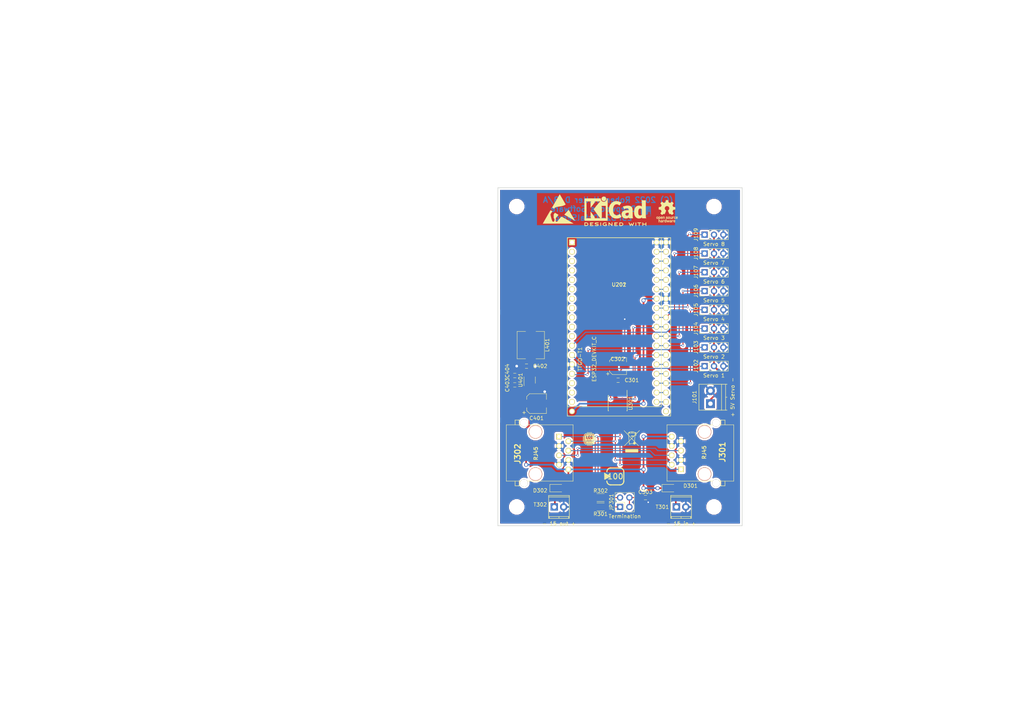
<source format=kicad_pcb>
(kicad_pcb (version 4) (host pcbnew 4.0.7+dfsg1-1ubuntu2)
  (layers (0 F.Cu signal) (31 B.Cu signal) (34 B.Paste user) (35 F.Paste user) (36 B.SilkS user) (37 F.SilkS user) (38 B.Mask user) (39 F.Mask user) (44 Edge.Cuts user))
  (net 0 "")
  (net 1 GND)
  (net 2 +3V3)
  (net 3 "Net-(C303-Pad1)")
  (net 4 "CAN +12V")
  (net 5 "Net-(D301-Pad2)")
  (net 6 "Net-(D302-Pad1)")
  (net 7 "/CAN Transciver/CANH")
  (net 8 "/CAN Transciver/CANL")
  (net 9 "Net-(J301-Pad4)")
  (net 10 "Net-(J301-Pad5)")
  (net 11 "Net-(JP301-Pad1)")
  (net 12 "Net-(JP301-Pad2)")
  (net 13 /MCU/EN)
  (net 14 /MCU/VP)
  (net 15 /MCU/VN)
  (net 16 /MCU/34)
  (net 17 /MCU/35)
  (net 18 /MCU/32)
  (net 19 /MCU/33)
  (net 20 /MCU/25)
  (net 21 /MCU/26)
  (net 22 /MCU/27)
  (net 23 /MCU/D2)
  (net 24 /MCU/D3)
  (net 25 /MCU/CMD)
  (net 26 +5V)
  (net 27 /MCU/CLK)
  (net 28 /MCU/D0)
  (net 29 /MCU/D1)
  (net 30 /MCU/2)
  (net 31 /MCU/0)
  (net 32 /MCU/21)
  (net 33 /MCU/RX)
  (net 34 /MCU/TX)
  (net 35 /MCU/22)
  (net 36 /MCU/23)
  (net 37 "/CAN Transciver/CAN_TX")
  (net 38 "/CAN Transciver/CAN_RX")
  (net 39 "Net-(U301-Pad5)")
  (net 40 "Net-(U301-Pad8)")
  (net 41 "Net-(J101-Pad1)")
  (net 42 /MCU/Servo0)
  (net 43 /MCU/Servo1)
  (net 44 /MCU/Servo2)
  (net 45 /MCU/Servo3)
  (net 46 /MCU/Servo4)
  (net 47 /MCU/Servo5)
  (net 48 /MCU/Servo6)
  (net 49 /MCU/Servo7)
  (net 50 "Net-(C402-Pad2)")
  (net 51 "Net-(C402-Pad1)")
  (module Inductors_SMD:L_7.3x7.3_H4.5 (layer F.Cu) (at 153.67 103.53 270)
    (fp_text reference L401 (at 0 -4.45 270) (layer F.SilkS))
    (fp_text value 4.7uH)
    (pad 1 smd rect (at -3.2 0 270) (size 1.5 2.2) (layers F.Cu F.Paste F.Mask) (net 26 +5V))
    (pad 2 smd rect (at 3.2 0 270) (size 1.5 2.2) (layers F.Cu F.Paste F.Mask) (net 50 "Net-(C402-Pad2)"))
  )
  (module Capacitors_SMD:C_0603 (layer F.Cu) (at 177.28 113.03)
    (fp_text reference C301 (at 3.695 0) (layer F.SilkS))
    (fp_text value ".1 uf")
    (pad 2 smd rect (at 0.75 0) (size 0.8 0.75) (layers F.Cu F.Paste F.Mask) (net 1 GND))
    (pad 1 smd rect (at -0.75 0) (size 0.8 0.75) (layers F.Cu F.Paste F.Mask) (net 2 +3V3))
  )
  (module Capacitors_SMD:CP_Elec_4x5.7 (layer F.Cu) (at 177.27 109.22)
    (fp_text reference C302 (at -0.105 -1.905) (layer F.SilkS))
    (fp_text value "15 uf 15V")
    (fp_text user + (at -2.77 2.01) (layer F.SilkS))
    (pad 1 smd rect (at -1.8 0 180) (size 2.6 1.6) (layers F.Cu F.Paste F.Mask) (net 2 +3V3))
    (pad 2 smd rect (at 1.8 0 180) (size 2.6 1.6) (layers F.Cu F.Paste F.Mask) (net 1 GND))
  )
  (module Capacitors_SMD:C_0603 (layer F.Cu) (at 184.67 144.78)
    (fp_text reference C303 (at 0 -1.5) (layer F.SilkS))
    (fp_text value "47 nf")
    (pad 2 smd rect (at 0.75 0) (size 0.8 0.75) (layers F.Cu F.Paste F.Mask) (net 1 GND))
    (pad 1 smd rect (at -0.75 0) (size 0.8 0.75) (layers F.Cu F.Paste F.Mask) (net 3 "Net-(C303-Pad1)"))
  )
  (module Diodes_SMD:D_PowerDI-123 (layer F.Cu) (at 191.35 142.24)
    (fp_text reference D301 (at 5.5 -0.635) (layer F.SilkS))
    (fp_text value DFLS240-7)
    (pad 1 smd rect (at -0.85 0 180) (size 2.4 1.5) (layers F.Cu F.Paste F.Mask) (net 4 "CAN +12V"))
    (pad 2 smd rect (at 1.525 0 180) (size 1.05 1.5) (layers F.Cu F.Paste F.Mask) (net 5 "Net-(D301-Pad2)"))
  )
  (module Diodes_SMD:D_PowerDI-123 (layer F.Cu) (at 161.035 142.24)
    (fp_text reference D302 (at -4.825 0.635) (layer F.SilkS))
    (fp_text value DFLS240-7)
    (pad 1 smd rect (at -0.85 0 180) (size 2.4 1.5) (layers F.Cu F.Paste F.Mask) (net 6 "Net-(D302-Pad1)"))
    (pad 2 smd rect (at 1.525 0 180) (size 1.05 1.5) (layers F.Cu F.Paste F.Mask) (net 4 "CAN +12V"))
  )
  (module RJ45-8N-S:RJ45_8N-S (layer F.Cu) (at 200.66 132.715 90)
    (fp_text reference J301 (at 0.254 4.826 90) (layer F.SilkS) (effects (font (thickness 0.3048))))
    (fp_text value RJ45 (at 0.14224 -0.1016 90) (layer F.SilkS) (effects (font (size 1.00076 1.00076) (thickness 0.2032))))
    (pad "" np_thru_hole circle (at 5.715 0 90) (size 3.64998 3.64998) (drill 3.2512) (layers *.Cu *.SilkS *.Mask))
    (pad "" np_thru_hole circle (at -5.715 0 90) (size 3.64998 3.64998) (drill 3.2512) (layers *.Cu *.SilkS *.Mask))
    (pad 1 thru_hole rect (at -4.445 -6.35 90) (size 1.50114 1.50114) (drill 0.89916) (layers *.Cu *.Mask F.SilkS) (net 7 "/CAN Transciver/CANH"))
    (pad 2 thru_hole circle (at -3.175 -8.89 90) (size 1.50114 1.50114) (drill 0.89916) (layers *.Cu *.Mask F.SilkS) (net 8 "/CAN Transciver/CANL"))
    (pad 3 thru_hole circle (at -1.905 -6.35 90) (size 1.50114 1.50114) (drill 0.89916) (layers *.Cu *.Mask F.SilkS) (net 1 GND))
    (pad 4 thru_hole circle (at -0.635 -8.89 90) (size 1.50114 1.50114) (drill 0.89916) (layers *.Cu *.Mask F.SilkS) (net 9 "Net-(J301-Pad4)"))
    (pad 5 thru_hole circle (at 0.635 -6.35 90) (size 1.50114 1.50114) (drill 0.89916) (layers *.Cu *.Mask F.SilkS) (net 10 "Net-(J301-Pad5)"))
    (pad 6 thru_hole circle (at 1.905 -8.89 90) (size 1.50114 1.50114) (drill 0.89916) (layers *.Cu *.Mask F.SilkS) (net 1 GND))
    (pad 7 thru_hole circle (at 3.175 -6.35 90) (size 1.50114 1.50114) (drill 0.89916) (layers *.Cu *.Mask F.SilkS) (net 1 GND))
    (pad 8 thru_hole circle (at 4.445 -8.89 90) (size 1.50114 1.50114) (drill 0.89916) (layers *.Cu *.Mask F.SilkS) (net 4 "CAN +12V"))
    (pad "" thru_hole circle (at -8.128 3.048 90) (size 1.9304 1.9304) (drill 1.9304) (layers *.Cu *.Mask F.SilkS))
    (pad "" thru_hole circle (at 8.128 3.048 90) (size 1.9304 1.9304) (drill 1.9304) (layers *.Cu *.Mask F.SilkS))
  )
  (module RJ45-8N-S:RJ45_8N-S (layer F.Cu) (at 154.94 132.715 270)
    (fp_text reference J302 (at 0.254 4.826 270) (layer F.SilkS) (effects (font (thickness 0.3048))))
    (fp_text value RJ45 (at 0.14224 -0.1016 270) (layer F.SilkS) (effects (font (size 1.00076 1.00076) (thickness 0.2032))))
    (pad "" np_thru_hole circle (at 5.715 0 270) (size 3.64998 3.64998) (drill 3.2512) (layers *.Cu *.SilkS *.Mask))
    (pad "" np_thru_hole circle (at -5.715 0 270) (size 3.64998 3.64998) (drill 3.2512) (layers *.Cu *.SilkS *.Mask))
    (pad 1 thru_hole rect (at -4.445 -6.35 270) (size 1.50114 1.50114) (drill 0.89916) (layers *.Cu *.Mask F.SilkS) (net 7 "/CAN Transciver/CANH"))
    (pad 2 thru_hole circle (at -3.175 -8.89 270) (size 1.50114 1.50114) (drill 0.89916) (layers *.Cu *.Mask F.SilkS) (net 8 "/CAN Transciver/CANL"))
    (pad 3 thru_hole circle (at -1.905 -6.35 270) (size 1.50114 1.50114) (drill 0.89916) (layers *.Cu *.Mask F.SilkS) (net 1 GND))
    (pad 4 thru_hole circle (at -0.635 -8.89 270) (size 1.50114 1.50114) (drill 0.89916) (layers *.Cu *.Mask F.SilkS) (net 9 "Net-(J301-Pad4)"))
    (pad 5 thru_hole circle (at 0.635 -6.35 270) (size 1.50114 1.50114) (drill 0.89916) (layers *.Cu *.Mask F.SilkS) (net 10 "Net-(J301-Pad5)"))
    (pad 6 thru_hole circle (at 1.905 -8.89 270) (size 1.50114 1.50114) (drill 0.89916) (layers *.Cu *.Mask F.SilkS) (net 1 GND))
    (pad 7 thru_hole circle (at 3.175 -6.35 270) (size 1.50114 1.50114) (drill 0.89916) (layers *.Cu *.Mask F.SilkS) (net 1 GND))
    (pad 8 thru_hole circle (at 4.445 -8.89 270) (size 1.50114 1.50114) (drill 0.89916) (layers *.Cu *.Mask F.SilkS) (net 4 "CAN +12V"))
    (pad "" thru_hole circle (at -8.128 3.048 270) (size 1.9304 1.9304) (drill 1.9304) (layers *.Cu *.Mask F.SilkS))
    (pad "" thru_hole circle (at 8.128 3.048 270) (size 1.9304 1.9304) (drill 1.9304) (layers *.Cu *.Mask F.SilkS))
  )
  (module Pin_Headers:Pin_Header_Straight_2x02_Pitch2.54mm (layer F.Cu) (at 177.8 147.32 90)
    (fp_text reference JP301 (at 1.27 -2.33 90) (layer F.SilkS))
    (fp_text value Termination (at -2.54 1.27 180) (layer F.SilkS))
    (pad 1 thru_hole rect (at 0 0 90) (size 1.7 1.7) (drill 1) (layers *.Cu *.Mask) (net 11 "Net-(JP301-Pad1)"))
    (pad 2 thru_hole oval (at 2.54 0 90) (size 1.7 1.7) (drill 1) (layers *.Cu *.Mask) (net 12 "Net-(JP301-Pad2)"))
    (pad 3 thru_hole oval (at 0 2.54 90) (size 1.7 1.7) (drill 1) (layers *.Cu *.Mask) (net 3 "Net-(C303-Pad1)"))
    (pad 4 thru_hole oval (at 2.54 2.54 90) (size 1.7 1.7) (drill 1) (layers *.Cu *.Mask) (net 3 "Net-(C303-Pad1)"))
  )
  (module Resistors_SMD:R_1206 (layer F.Cu) (at 172.54 147.32)
    (fp_text reference R301 (at 0 1.905) (layer F.SilkS))
    (fp_text value "60 Ohms")
    (pad 1 smd rect (at -1.45 0) (size 0.9 1.7) (layers F.Cu F.Paste F.Mask) (net 7 "/CAN Transciver/CANH"))
    (pad 2 smd rect (at 1.45 0) (size 0.9 1.7) (layers F.Cu F.Paste F.Mask) (net 11 "Net-(JP301-Pad1)"))
  )
  (module Resistors_SMD:R_1206 (layer F.Cu) (at 172.54 144.78)
    (fp_text reference R302 (at 0 -1.85) (layer F.SilkS))
    (fp_text value "60 Ohms")
    (pad 1 smd rect (at -1.45 0) (size 0.9 1.7) (layers F.Cu F.Paste F.Mask) (net 8 "/CAN Transciver/CANL"))
    (pad 2 smd rect (at 1.45 0) (size 0.9 1.7) (layers F.Cu F.Paste F.Mask) (net 12 "Net-(JP301-Pad2)"))
  )
  (module Connectors_Terminal_Blocks:TerminalBlock_Pheonix_MPT-2.54mm_2pol (layer F.Cu) (at 193.04 147.32)
    (fp_text reference T301 (at -3.81 0) (layer F.SilkS))
    (fp_text value "- 15 in +" (at 1.27 4.50088) (layer F.SilkS))
    (pad 2 thru_hole oval (at 2.54 0) (size 1.99898 1.99898) (drill 1.09728) (layers *.Cu *.Mask) (net 1 GND))
    (pad 1 thru_hole rect (at 0 0) (size 1.99898 1.99898) (drill 1.09728) (layers *.Cu *.Mask) (net 5 "Net-(D301-Pad2)"))
  )
  (module Connectors_Terminal_Blocks:TerminalBlock_Pheonix_MPT-2.54mm_2pol (layer F.Cu) (at 160.02 147.32)
    (fp_text reference T302 (at -3.81 -0.635) (layer F.SilkS))
    (fp_text value "- 15 out +" (at 1.27 4.50088) (layer F.SilkS))
    (pad 2 thru_hole oval (at 2.54 0) (size 1.99898 1.99898) (drill 1.09728) (layers *.Cu *.Mask) (net 1 GND))
    (pad 1 thru_hole rect (at 0 0) (size 1.99898 1.99898) (drill 1.09728) (layers *.Cu *.Mask) (net 6 "Net-(D302-Pad1)"))
  )
  (module ESP32Boards:ESP32-Devkit-C (layer F.Cu) (at 177.5206 98.5901)
    (fp_text reference U201 (at 0 -11.43) (layer F.SilkS))
    (fp_text value ESP32_DEVKIT_C (at -6.7056 8.7249 90) (layer F.SilkS))
    (pad 1 thru_hole rect (at -12.7 -22.86) (size 1.524 1.524) (drill 1.016) (layers *.Cu *.Mask F.SilkS) (net 2 +3V3))
    (pad 2 thru_hole circle (at -12.7 -20.32) (size 1.524 1.524) (drill 1.016) (layers *.Cu *.Mask F.SilkS) (net 13 /MCU/EN))
    (pad 3 thru_hole circle (at -12.7 -17.78) (size 1.524 1.524) (drill 1.016) (layers *.Cu *.Mask F.SilkS) (net 14 /MCU/VP))
    (pad 4 thru_hole circle (at -12.7 -15.24) (size 1.524 1.524) (drill 1.016) (layers *.Cu *.Mask F.SilkS) (net 15 /MCU/VN))
    (pad 5 thru_hole circle (at -12.7 -12.7) (size 1.524 1.524) (drill 1.016) (layers *.Cu *.Mask F.SilkS) (net 16 /MCU/34))
    (pad 6 thru_hole circle (at -12.7 -10.16) (size 1.524 1.524) (drill 1.016) (layers *.Cu *.Mask F.SilkS) (net 17 /MCU/35))
    (pad 7 thru_hole circle (at -12.7 -7.62) (size 1.524 1.524) (drill 1.016) (layers *.Cu *.Mask F.SilkS) (net 18 /MCU/32))
    (pad 8 thru_hole circle (at -12.7 -5.08) (size 1.524 1.524) (drill 1.016) (layers *.Cu *.Mask F.SilkS) (net 19 /MCU/33))
    (pad 9 thru_hole circle (at -12.7 -2.54) (size 1.524 1.524) (drill 1.016) (layers *.Cu *.Mask F.SilkS) (net 20 /MCU/25))
    (pad 10 thru_hole circle (at -12.7 0) (size 1.524 1.524) (drill 1.016) (layers *.Cu *.Mask F.SilkS) (net 21 /MCU/26))
    (pad 11 thru_hole circle (at -12.7 2.54) (size 1.524 1.524) (drill 1.016) (layers *.Cu *.Mask F.SilkS) (net 22 /MCU/27))
    (pad 12 thru_hole circle (at -12.7 5.08) (size 1.524 1.524) (drill 1.016) (layers *.Cu *.Mask F.SilkS) (net 44 /MCU/Servo2))
    (pad 13 thru_hole circle (at -12.7 7.62) (size 1.524 1.524) (drill 1.016) (layers *.Cu *.Mask F.SilkS) (net 42 /MCU/Servo0))
    (pad 14 thru_hole circle (at -12.7 10.16) (size 1.524 1.524) (drill 1.016) (layers *.Cu *.Mask F.SilkS) (net 1 GND))
    (pad 15 thru_hole circle (at -12.7 12.7) (size 1.524 1.524) (drill 1.016) (layers *.Cu *.Mask F.SilkS) (net 43 /MCU/Servo1))
    (pad 16 thru_hole circle (at -12.7 15.24) (size 1.524 1.524) (drill 1.016) (layers *.Cu *.Mask F.SilkS) (net 23 /MCU/D2))
    (pad 17 thru_hole circle (at -12.7 17.78) (size 1.524 1.524) (drill 1.016) (layers *.Cu *.Mask F.SilkS) (net 24 /MCU/D3))
    (pad 18 thru_hole circle (at -12.7 20.32) (size 1.524 1.524) (drill 1.016) (layers *.Cu *.Mask F.SilkS) (net 25 /MCU/CMD))
    (pad 19 thru_hole circle (at -12.7 22.86) (size 1.524 1.524) (drill 1.016) (layers *.Cu *.Mask F.SilkS) (net 26 +5V))
    (pad 20 thru_hole circle (at 12.7 22.86) (size 1.524 1.524) (drill 1.016) (layers *.Cu *.Mask F.SilkS) (net 27 /MCU/CLK))
    (pad 21 thru_hole circle (at 12.7 20.32) (size 1.524 1.524) (drill 1.016) (layers *.Cu *.Mask F.SilkS) (net 28 /MCU/D0))
    (pad 22 thru_hole circle (at 12.7 17.78) (size 1.524 1.524) (drill 1.016) (layers *.Cu *.Mask F.SilkS) (net 29 /MCU/D1))
    (pad 23 thru_hole circle (at 12.7 15.24) (size 1.524 1.524) (drill 1.016) (layers *.Cu *.Mask F.SilkS) (net 45 /MCU/Servo3))
    (pad 24 thru_hole circle (at 12.7 12.7) (size 1.524 1.524) (drill 1.016) (layers *.Cu *.Mask F.SilkS) (net 30 /MCU/2))
    (pad 25 thru_hole circle (at 12.7 10.16) (size 1.524 1.524) (drill 1.016) (layers *.Cu *.Mask F.SilkS) (net 31 /MCU/0))
    (pad 26 thru_hole circle (at 12.7 7.62) (size 1.524 1.524) (drill 1.016) (layers *.Cu *.Mask F.SilkS) (net 38 "/CAN Transciver/CAN_RX"))
    (pad 27 thru_hole circle (at 12.7 5.08) (size 1.524 1.524) (drill 1.016) (layers *.Cu *.Mask F.SilkS) (net 46 /MCU/Servo4))
    (pad 28 thru_hole circle (at 12.7 2.54) (size 1.524 1.524) (drill 1.016) (layers *.Cu *.Mask F.SilkS) (net 47 /MCU/Servo5))
    (pad 29 thru_hole circle (at 12.7 0) (size 1.524 1.524) (drill 1.016) (layers *.Cu *.Mask F.SilkS) (net 37 "/CAN Transciver/CAN_TX"))
    (pad 30 thru_hole circle (at 12.7 -2.54) (size 1.524 1.524) (drill 1.016) (layers *.Cu *.Mask F.SilkS) (net 48 /MCU/Servo6))
    (pad 31 thru_hole circle (at 12.7 -5.08) (size 1.524 1.524) (drill 1.016) (layers *.Cu *.Mask F.SilkS) (net 49 /MCU/Servo7))
    (pad 32 thru_hole circle (at 12.7 -7.62) (size 1.524 1.524) (drill 1.016) (layers *.Cu *.Mask F.SilkS) (net 1 GND))
    (pad 33 thru_hole circle (at 12.7 -10.16) (size 1.524 1.524) (drill 1.016) (layers *.Cu *.Mask F.SilkS) (net 32 /MCU/21))
    (pad 34 thru_hole circle (at 12.7 -12.7) (size 1.524 1.524) (drill 1.016) (layers *.Cu *.Mask F.SilkS) (net 33 /MCU/RX))
    (pad 35 thru_hole circle (at 12.7 -15.24) (size 1.524 1.524) (drill 1.016) (layers *.Cu *.Mask F.SilkS) (net 34 /MCU/TX))
    (pad 36 thru_hole circle (at 12.7 -17.78) (size 1.524 1.524) (drill 1.016) (layers *.Cu *.Mask F.SilkS) (net 35 /MCU/22))
    (pad 37 thru_hole circle (at 12.7 -20.32) (size 1.524 1.524) (drill 1.016) (layers *.Cu *.Mask F.SilkS) (net 36 /MCU/23))
    (pad 38 thru_hole circle (at 12.7 -22.86) (size 1.524 1.524) (drill 1.016) (layers *.Cu *.Mask F.SilkS) (net 1 GND))
  )
  (module ESP32Boards:TIGO-T1 (layer F.Cu) (at 177.5206 98.5901)
    (fp_text reference U202 (at 0 -11.43) (layer F.SilkS))
    (fp_text value TTGO-T1 (at -10.5156 8.7249 90) (layer F.SilkS))
    (pad 1 thru_hole rect (at -12.7 -22.86) (size 1.524 1.524) (drill 1.016) (layers *.Cu *.Mask F.SilkS) (net 2 +3V3))
    (pad 2 thru_hole circle (at -12.7 -20.32) (size 1.524 1.524) (drill 1.016) (layers *.Cu *.Mask F.SilkS) (net 13 /MCU/EN))
    (pad 3 thru_hole circle (at -12.7 -17.78) (size 1.524 1.524) (drill 1.016) (layers *.Cu *.Mask F.SilkS) (net 14 /MCU/VP))
    (pad 4 thru_hole circle (at -12.7 -15.24) (size 1.524 1.524) (drill 1.016) (layers *.Cu *.Mask F.SilkS) (net 15 /MCU/VN))
    (pad 5 thru_hole circle (at -12.7 -12.7) (size 1.524 1.524) (drill 1.016) (layers *.Cu *.Mask F.SilkS) (net 16 /MCU/34))
    (pad 6 thru_hole circle (at -12.7 -10.16) (size 1.524 1.524) (drill 1.016) (layers *.Cu *.Mask F.SilkS) (net 17 /MCU/35))
    (pad 7 thru_hole circle (at -12.7 -7.62) (size 1.524 1.524) (drill 1.016) (layers *.Cu *.Mask F.SilkS) (net 18 /MCU/32))
    (pad 8 thru_hole circle (at -12.7 -5.08) (size 1.524 1.524) (drill 1.016) (layers *.Cu *.Mask F.SilkS) (net 19 /MCU/33))
    (pad 9 thru_hole circle (at -12.7 -2.54) (size 1.524 1.524) (drill 1.016) (layers *.Cu *.Mask F.SilkS) (net 20 /MCU/25))
    (pad 10 thru_hole circle (at -12.7 0) (size 1.524 1.524) (drill 1.016) (layers *.Cu *.Mask F.SilkS) (net 21 /MCU/26))
    (pad 11 thru_hole circle (at -12.7 2.54) (size 1.524 1.524) (drill 1.016) (layers *.Cu *.Mask F.SilkS) (net 22 /MCU/27))
    (pad 12 thru_hole circle (at -12.7 5.08) (size 1.524 1.524) (drill 1.016) (layers *.Cu *.Mask F.SilkS) (net 44 /MCU/Servo2))
    (pad 13 thru_hole circle (at -12.7 7.62) (size 1.524 1.524) (drill 1.016) (layers *.Cu *.Mask F.SilkS) (net 42 /MCU/Servo0))
    (pad 14 thru_hole circle (at -12.7 10.16) (size 1.524 1.524) (drill 1.016) (layers *.Cu *.Mask F.SilkS) (net 1 GND))
    (pad 15 thru_hole circle (at -12.7 12.7) (size 1.524 1.524) (drill 1.016) (layers *.Cu *.Mask F.SilkS) (net 43 /MCU/Servo1))
    (pad 16 thru_hole circle (at -12.7 15.24) (size 1.524 1.524) (drill 1.016) (layers *.Cu *.Mask F.SilkS) (net 23 /MCU/D2))
    (pad 17 thru_hole circle (at -12.7 17.78) (size 1.524 1.524) (drill 1.016) (layers *.Cu *.Mask F.SilkS) (net 24 /MCU/D3))
    (pad 18 thru_hole circle (at -12.7 20.32) (size 1.524 1.524) (drill 1.016) (layers *.Cu *.Mask F.SilkS) (net 25 /MCU/CMD))
    (pad 19 thru_hole circle (at 10.16 20.32) (size 1.524 1.524) (drill 1.016) (layers *.Cu *.Mask F.SilkS) (net 28 /MCU/D0))
    (pad 20 thru_hole circle (at 10.16 17.78) (size 1.524 1.524) (drill 1.016) (layers *.Cu *.Mask F.SilkS) (net 29 /MCU/D1))
    (pad 21 thru_hole circle (at 10.16 15.24) (size 1.524 1.524) (drill 1.016) (layers *.Cu *.Mask F.SilkS) (net 45 /MCU/Servo3))
    (pad 22 thru_hole circle (at 10.16 12.7) (size 1.524 1.524) (drill 1.016) (layers *.Cu *.Mask F.SilkS) (net 30 /MCU/2))
    (pad 23 thru_hole circle (at 10.16 10.16) (size 1.524 1.524) (drill 1.016) (layers *.Cu *.Mask F.SilkS) (net 31 /MCU/0))
    (pad 24 thru_hole circle (at 10.16 7.62) (size 1.524 1.524) (drill 1.016) (layers *.Cu *.Mask F.SilkS) (net 38 "/CAN Transciver/CAN_RX"))
    (pad 25 thru_hole circle (at 10.16 5.08) (size 1.524 1.524) (drill 1.016) (layers *.Cu *.Mask F.SilkS) (net 46 /MCU/Servo4))
    (pad 26 thru_hole circle (at 10.16 2.54) (size 1.524 1.524) (drill 1.016) (layers *.Cu *.Mask F.SilkS) (net 47 /MCU/Servo5))
    (pad 27 thru_hole circle (at 10.16 0) (size 1.524 1.524) (drill 1.016) (layers *.Cu *.Mask F.SilkS) (net 37 "/CAN Transciver/CAN_TX"))
    (pad 28 thru_hole circle (at 10.16 -2.54) (size 1.524 1.524) (drill 1.016) (layers *.Cu *.Mask F.SilkS) (net 48 /MCU/Servo6))
    (pad 29 thru_hole circle (at 10.16 -5.08) (size 1.524 1.524) (drill 1.016) (layers *.Cu *.Mask F.SilkS) (net 49 /MCU/Servo7))
    (pad 30 thru_hole circle (at 10.16 -7.62) (size 1.524 1.524) (drill 1.016) (layers *.Cu *.Mask F.SilkS) (net 26 +5V))
    (pad 31 thru_hole circle (at 10.16 -10.16) (size 1.524 1.524) (drill 1.016) (layers *.Cu *.Mask F.SilkS) (net 32 /MCU/21))
    (pad 32 thru_hole circle (at 10.16 -12.7) (size 1.524 1.524) (drill 1.016) (layers *.Cu *.Mask F.SilkS) (net 33 /MCU/RX))
    (pad 33 thru_hole circle (at 10.16 -15.24) (size 1.524 1.524) (drill 1.016) (layers *.Cu *.Mask F.SilkS) (net 34 /MCU/TX))
    (pad 34 thru_hole circle (at 10.16 -17.78) (size 1.524 1.524) (drill 1.016) (layers *.Cu *.Mask F.SilkS) (net 35 /MCU/22))
    (pad 35 thru_hole circle (at 10.16 -20.32) (size 1.524 1.524) (drill 1.016) (layers *.Cu *.Mask F.SilkS) (net 36 /MCU/23))
    (pad 36 thru_hole circle (at 10.16 -22.86) (size 1.524 1.524) (drill 1.016) (layers *.Cu *.Mask F.SilkS) (net 1 GND))
  )
  (module Housings_SOIC:SOIC-8_3.9x4.9mm_Pitch1.27mm (layer F.Cu) (at 177.165 119.22 270)
    (fp_text reference U301 (at 0 -3.5 270) (layer F.SilkS))
    (fp_text value TCAN332DR)
    (pad 1 smd rect (at -2.7 -1.905 270) (size 1.55 0.6) (layers F.Cu F.Paste F.Mask) (net 37 "/CAN Transciver/CAN_TX"))
    (pad 2 smd rect (at -2.7 -0.635 270) (size 1.55 0.6) (layers F.Cu F.Paste F.Mask) (net 1 GND))
    (pad 3 smd rect (at -2.7 0.635 270) (size 1.55 0.6) (layers F.Cu F.Paste F.Mask) (net 2 +3V3))
    (pad 4 smd rect (at -2.7 1.905 270) (size 1.55 0.6) (layers F.Cu F.Paste F.Mask) (net 38 "/CAN Transciver/CAN_RX"))
    (pad 5 smd rect (at 2.7 1.905 270) (size 1.55 0.6) (layers F.Cu F.Paste F.Mask) (net 39 "Net-(U301-Pad5)"))
    (pad 6 smd rect (at 2.7 0.635 270) (size 1.55 0.6) (layers F.Cu F.Paste F.Mask) (net 8 "/CAN Transciver/CANL"))
    (pad 7 smd rect (at 2.7 -0.635 270) (size 1.55 0.6) (layers F.Cu F.Paste F.Mask) (net 7 "/CAN Transciver/CANH"))
    (pad 8 smd rect (at 2.7 -1.905 270) (size 1.55 0.6) (layers F.Cu F.Paste F.Mask) (net 40 "Net-(U301-Pad8)"))
  )
  (module Connectors_Terminal_Blocks:TerminalBlock_Pheonix_PT-3.5mm_2pol (layer F.Cu) (at 202.24 119.38 90)
    (fp_text reference J101 (at 1.75 -4.3 90) (layer F.SilkS))
    (fp_text value "+ 5V Servo -" (at 1.75 6 90) (layer F.SilkS))
    (pad 2 thru_hole circle (at 3.5 0 90) (size 2.4 2.4) (drill 1.2) (layers *.Cu *.Mask) (net 1 GND))
    (pad 1 thru_hole rect (at 0 0 90) (size 2.4 2.4) (drill 1.2) (layers *.Cu *.Mask) (net 41 "Net-(J101-Pad1)"))
  )
  (module Pin_Headers:Pin_Header_Straight_1x03_Pitch2.54mm (layer F.Cu) (at 200.66 109.22 90)
    (fp_text reference J102 (at 0 -2.33 90) (layer F.SilkS))
    (fp_text value "Servo 1" (at -2.54 2.54 180) (layer F.SilkS))
    (pad 1 thru_hole rect (at 0 0 90) (size 1.7 1.7) (drill 1) (layers *.Cu *.Mask) (net 42 /MCU/Servo0))
    (pad 2 thru_hole oval (at 0 2.54 90) (size 1.7 1.7) (drill 1) (layers *.Cu *.Mask) (net 41 "Net-(J101-Pad1)"))
    (pad 3 thru_hole oval (at 0 5.08 90) (size 1.7 1.7) (drill 1) (layers *.Cu *.Mask) (net 1 GND))
  )
  (module Pin_Headers:Pin_Header_Straight_1x03_Pitch2.54mm (layer F.Cu) (at 200.66 104.14 90)
    (fp_text reference J103 (at 0 -2.33 90) (layer F.SilkS))
    (fp_text value "Servo 2" (at -2.54 2.54 180) (layer F.SilkS))
    (pad 1 thru_hole rect (at 0 0 90) (size 1.7 1.7) (drill 1) (layers *.Cu *.Mask) (net 43 /MCU/Servo1))
    (pad 2 thru_hole oval (at 0 2.54 90) (size 1.7 1.7) (drill 1) (layers *.Cu *.Mask) (net 41 "Net-(J101-Pad1)"))
    (pad 3 thru_hole oval (at 0 5.08 90) (size 1.7 1.7) (drill 1) (layers *.Cu *.Mask) (net 1 GND))
  )
  (module Pin_Headers:Pin_Header_Straight_1x03_Pitch2.54mm (layer F.Cu) (at 200.66 99.06 90)
    (fp_text reference J104 (at 0 -2.33 90) (layer F.SilkS))
    (fp_text value "Servo 3" (at -2.54 2.54 180) (layer F.SilkS))
    (pad 1 thru_hole rect (at 0 0 90) (size 1.7 1.7) (drill 1) (layers *.Cu *.Mask) (net 44 /MCU/Servo2))
    (pad 2 thru_hole oval (at 0 2.54 90) (size 1.7 1.7) (drill 1) (layers *.Cu *.Mask) (net 41 "Net-(J101-Pad1)"))
    (pad 3 thru_hole oval (at 0 5.08 90) (size 1.7 1.7) (drill 1) (layers *.Cu *.Mask) (net 1 GND))
  )
  (module Pin_Headers:Pin_Header_Straight_1x03_Pitch2.54mm (layer F.Cu) (at 200.66 93.98 90)
    (fp_text reference J105 (at 0 -2.33 90) (layer F.SilkS))
    (fp_text value "Servo 4" (at -2.54 2.54 180) (layer F.SilkS))
    (pad 1 thru_hole rect (at 0 0 90) (size 1.7 1.7) (drill 1) (layers *.Cu *.Mask) (net 45 /MCU/Servo3))
    (pad 2 thru_hole oval (at 0 2.54 90) (size 1.7 1.7) (drill 1) (layers *.Cu *.Mask) (net 41 "Net-(J101-Pad1)"))
    (pad 3 thru_hole oval (at 0 5.08 90) (size 1.7 1.7) (drill 1) (layers *.Cu *.Mask) (net 1 GND))
  )
  (module Pin_Headers:Pin_Header_Straight_1x03_Pitch2.54mm (layer F.Cu) (at 200.66 88.9 90)
    (fp_text reference J106 (at 0 -2.33 90) (layer F.SilkS))
    (fp_text value "Servo 5" (at -2.54 2.54 180) (layer F.SilkS))
    (pad 1 thru_hole rect (at 0 0 90) (size 1.7 1.7) (drill 1) (layers *.Cu *.Mask) (net 46 /MCU/Servo4))
    (pad 2 thru_hole oval (at 0 2.54 90) (size 1.7 1.7) (drill 1) (layers *.Cu *.Mask) (net 41 "Net-(J101-Pad1)"))
    (pad 3 thru_hole oval (at 0 5.08 90) (size 1.7 1.7) (drill 1) (layers *.Cu *.Mask) (net 1 GND))
  )
  (module Pin_Headers:Pin_Header_Straight_1x03_Pitch2.54mm (layer F.Cu) (at 200.66 83.82 90)
    (fp_text reference J107 (at 0 -2.33 90) (layer F.SilkS))
    (fp_text value "Servo 6" (at -2.54 2.54 180) (layer F.SilkS))
    (pad 1 thru_hole rect (at 0 0 90) (size 1.7 1.7) (drill 1) (layers *.Cu *.Mask) (net 47 /MCU/Servo5))
    (pad 2 thru_hole oval (at 0 2.54 90) (size 1.7 1.7) (drill 1) (layers *.Cu *.Mask) (net 41 "Net-(J101-Pad1)"))
    (pad 3 thru_hole oval (at 0 5.08 90) (size 1.7 1.7) (drill 1) (layers *.Cu *.Mask) (net 1 GND))
  )
  (module Pin_Headers:Pin_Header_Straight_1x03_Pitch2.54mm (layer F.Cu) (at 200.66 78.74 90)
    (fp_text reference J108 (at 0 -2.33 90) (layer F.SilkS))
    (fp_text value "Servo 7" (at -2.54 2.54 180) (layer F.SilkS))
    (pad 1 thru_hole rect (at 0 0 90) (size 1.7 1.7) (drill 1) (layers *.Cu *.Mask) (net 48 /MCU/Servo6))
    (pad 2 thru_hole oval (at 0 2.54 90) (size 1.7 1.7) (drill 1) (layers *.Cu *.Mask) (net 41 "Net-(J101-Pad1)"))
    (pad 3 thru_hole oval (at 0 5.08 90) (size 1.7 1.7) (drill 1) (layers *.Cu *.Mask) (net 1 GND))
  )
  (module Pin_Headers:Pin_Header_Straight_1x03_Pitch2.54mm (layer F.Cu) (at 200.66 73.66 90)
    (fp_text reference J109 (at 0 -2.33 90) (layer F.SilkS))
    (fp_text value "Servo 8" (at -2.54 2.54 180) (layer F.SilkS))
    (pad 1 thru_hole rect (at 0 0 90) (size 1.7 1.7) (drill 1) (layers *.Cu *.Mask) (net 49 /MCU/Servo7))
    (pad 2 thru_hole oval (at 0 2.54 90) (size 1.7 1.7) (drill 1) (layers *.Cu *.Mask) (net 41 "Net-(J101-Pad1)"))
    (pad 3 thru_hole oval (at 0 5.08 90) (size 1.7 1.7) (drill 1) (layers *.Cu *.Mask) (net 1 GND))
  )
  (module Mounting_Holes:MountingHole_3.2mm_M3 (layer F.Cu) (at 203.2 66.04)
    (fp_text reference REF** hide)
    (fp_text value MountingHole_3.2mm_M3 hide)
    (pad 1 np_thru_hole circle (at 0 0) (size 3.2 3.2) (drill 3.2) (layers *.Cu *.Mask))
  )
  (module Mounting_Holes:MountingHole_3.2mm_M3 (layer F.Cu) (at 203.2 147.32)
    (fp_text reference REF** hide)
    (fp_text value MountingHole_3.2mm_M3 hide)
    (pad 1 np_thru_hole circle (at 0 0) (size 3.2 3.2) (drill 3.2) (layers *.Cu *.Mask))
  )
  (module Mounting_Holes:MountingHole_3.2mm_M3 (layer F.Cu) (at 149.86 147.32)
    (fp_text reference REF** hide)
    (fp_text value MountingHole_3.2mm_M3 hide)
    (pad 1 np_thru_hole circle (at 0 0) (size 3.2 3.2) (drill 3.2) (layers *.Cu *.Mask))
  )
  (module Mounting_Holes:MountingHole_3.2mm_M3 (layer F.Cu) (at 149.86 66.04)
    (fp_text reference REF** hide)
    (fp_text value MountingHole_3.2mm_M3 hide)
    (pad 1 np_thru_hole circle (at 0 0) (size 3.2 3.2) (drill 3.2) (layers *.Cu *.Mask))
  )
  (module DWSLogoBCU:DWSLogoBCU (layer F.Cu) (at 184.785 67.31 180)
    (fp_text reference "" (at 0 0 180) (layer F.SilkS))
    (fp_text value "" (at 0 0 180) (layer F.SilkS))
    (fp_poly (pts (xy 1.397 -1.31826) (xy 0.0635 -1.29286) (xy -1.27 -1.26492) (xy -1.27 -1.01854) (xy -1.2192 -0.79502) (xy -1.12268 -0.6858) (xy -1.04648 -0.61722) (xy -1.0795 -0.5969) (xy -1.16586 -0.52324) (xy -1.18618 -0.42418) (xy -1.15824 -0.28956) (xy -1.12268 -0.26416) (xy -0.9779 -0.26416) (xy -0.97028 -0.20828) (xy -1.016 -0.17018) (xy -1.06934 -0.11176) (xy -0.9779 -0.0889) (xy -0.889 -0.0889) (xy -0.72898 -0.09906) (xy -0.7239 -0.1397) (xy -0.762 -0.17018) (xy -0.83312 -0.23368) (xy -0.75184 -0.254) (xy -0.71882 -0.254) (xy -0.51054 -0.30226) (xy -0.42418 -0.34798) (xy -0.34544 -0.41402) (xy -0.41148 -0.40386) (xy -0.43688 -0.3937) (xy -0.58166 -0.41656) (xy -0.62738 -0.47752) (xy -0.6731 -0.62738) (xy -0.635 -0.67564) (xy -0.58928 -0.67818) (xy -0.54102 -0.62484) (xy -0.5588 -0.57912) (xy -0.56896 -0.5207) (xy -0.52832 -0.53848) (xy -0.47244 -0.65532) (xy -0.48006 -0.75184) (xy -0.4572 -0.90424) (xy -0.30988 -0.9779) (xy -0.09144 -0.95758) (xy 0.04572 -0.86614) (xy 0.0635 -0.77216) (xy 0.09652 -0.66802) (xy 0.15494 -0.65786) (xy 0.22352 -0.63246) (xy 0.21336 -0.59436) (xy 0.0889 -0.51562) (xy 0.0381 -0.508) (xy -0.07366 -0.46482) (xy -0.05588 -0.37338) (xy 0.04318 -0.30734) (xy 0.19304 -0.32512) (xy 0.3429 -0.42926) (xy 0.49276 -0.53594) (xy 0.5969 -0.54864) (xy 0.69088 -0.56896) (xy 0.72898 -0.62992) (xy 0.80772 -0.71882) (xy 0.85598 -0.71374) (xy 0.94488 -0.7366) (xy 0.98298 -0.8001) (xy 1.08966 -0.91694) (xy 1.22428 -0.90678) (xy 1.2954 -0.81788) (xy 1.31318 -0.69088) (xy 1.32842 -0.43434) (xy 1.34112 -0.08382) (xy 1.34874 0.32512) (xy 1.35636 1.35382) (xy 0.84582 1.35382) (xy 0.84582 -0.21082) (xy 0.80518 -0.254) (xy 0.762 -0.21082) (xy 0.80518 -0.17018) (xy 0.84582 -0.21082) (xy 0.84582 1.35382) (xy 0.508 1.35382) (xy 0.508 -0.127) (xy 0.508 -0.381) (xy 0.46482 -0.42418) (xy 0.42418 -0.381) (xy 0.46482 -0.33782) (xy 0.508 -0.381) (xy 0.508 -0.127) (xy 0.46482 -0.17018) (xy 0.42418 -0.127) (xy 0.46482 -0.08382) (xy 0.508 -0.127) (xy 0.508 1.35382) (xy 0.33782 1.35382) (xy 0.33782 0.46482) (xy 0.2921 0.35306) (xy 0.254 0.33782) (xy 0.1778 0.4064) (xy 0.17018 0.46482) (xy 0.21336 0.57912) (xy 0.254 0.59182) (xy 0.32766 0.52324) (xy 0.33782 0.46482) (xy 0.33782 1.35382) (xy 0.32258 1.35382) (xy 0.32258 1.06934) (xy 0.30988 1.04394) (xy 0.20828 1.03378) (xy 0.19812 1.04394) (xy 0.20828 1.09474) (xy 0.254 1.09982) (xy 0.32258 1.06934) (xy 0.32258 1.35382) (xy 0.14986 1.35382) (xy 0.14986 -0.12954) (xy 0.1397 -0.14224) (xy 0.09144 -0.12954) (xy 0.08382 -0.08382) (xy 0.1143 -0.01524) (xy 0.1397 -0.02794) (xy 0.14986 -0.12954) (xy 0.14986 1.35382) (xy 0.06858 1.35382) (xy 0.06858 0.30734) (xy 0.05588 0.28194) (xy -0.04572 0.27178) (xy -0.05588 0.28194) (xy -0.04572 0.33274) (xy 0 0.33782) (xy 0.06858 0.30734) (xy 0.06858 1.35382) (xy 0 1.35382) (xy 0 1.05918) (xy -0.04318 1.016) (xy -0.08382 1.05918) (xy -0.04318 1.09982) (xy 0 1.05918) (xy 0 1.35382) (xy -0.17018 1.35382) (xy -0.17018 -0.29718) (xy -0.21082 -0.33782) (xy -0.254 -0.29718) (xy -0.21082 -0.254) (xy -0.17018 -0.29718) (xy -0.17018 1.35382) (xy -0.18796 1.35382) (xy -0.18796 -0.04572) (xy -0.19812 -0.05588) (xy -0.24892 -0.04572) (xy -0.254 0) (xy -0.22352 0.06858) (xy -0.19812 0.05588) (xy -0.18796 -0.04572) (xy -0.18796 1.35382) (xy -0.37846 1.35382) (xy -0.37846 -0.1524) (xy -0.4699 -0.14478) (xy -0.53086 -0.09652) (xy -0.5842 -0.0254) (xy -0.50038 -0.04318) (xy -0.4826 -0.04826) (xy -0.381 -0.1143) (xy -0.37846 -0.1524) (xy -0.37846 1.35382) (xy -0.6985 1.35382) (xy -0.6985 0.4953) (xy -0.70612 0.44958) (xy -0.75946 0.38354) (xy -0.81534 0.23368) (xy -0.8001 0.16002) (xy -0.78486 0.09652) (xy -0.83312 0.11938) (xy -0.92456 0.24638) (xy -0.89916 0.39116) (xy -0.8255 0.45212) (xy -0.6985 0.4953) (xy -0.6985 1.35382) (xy -0.84582 1.35382) (xy -0.84582 0.59436) (xy -0.90932 0.54864) (xy -0.97282 0.56134) (xy -1.08458 0.6223) (xy -1.09982 0.64262) (xy -1.03124 0.6731) (xy -0.97282 0.67818) (xy -0.86106 0.63246) (xy -0.84582 0.59436) (xy -0.84582 1.35382) (xy -0.93218 1.35382) (xy -0.93218 1.05918) (xy -0.97282 1.016) (xy -1.016 1.05918) (xy -1.016 0.889) (xy -1.05918 0.84582) (xy -1.09982 0.889) (xy -1.05918 0.93218) (xy -1.016 0.889) (xy -1.016 1.05918) (xy -0.97282 1.09982) (xy -0.93218 1.05918) (xy -0.93218 1.35382) (xy -1.11506 1.35382) (xy -1.11506 0.22352) (xy -1.1303 0.19812) (xy -1.22936 0.18796) (xy -1.24206 0.19812) (xy -1.22936 0.24638) (xy -1.18618 0.254) (xy -1.11506 0.22352) (xy -1.11506 1.35382) (xy -1.12014 1.35382) (xy -1.12014 0.37846) (xy -1.1303 0.36576) (xy -1.17856 0.37846) (xy -1.18618 0.42418) (xy -1.1557 0.49276) (xy -1.1303 0.48006) (xy -1.12014 0.37846) (xy -1.12014 1.35382) (xy -1.35382 1.35382) (xy -1.35382 0) (xy -1.35382 -1.35382) (xy 0.02032 -1.33604) (xy 1.397 -1.31826) (xy 1.397 -1.31826)) (layer B.Cu) (width 0.00254))
  )
  (module LCC_LOGO:LCC_LOGO_4.5x4.5 (layer F.Cu) (at 169.545 128.905)
    (fp_text reference G*** hide)
    (fp_text value LCC hide)
  )
  (module Symbols:ESD-Logo_8.9x8mm_SilkScreen (layer F.Cu) (at 161.29 66.675)
    (fp_text reference REF*** hide)
    (fp_text value ESD-Logo_8.9x8mm_SilkScreen hide)
  )
  (module Symbols:KiCad-Logo2_8mm_SilkScreen (layer F.Cu) (at 176.53 67.31)
    (fp_text reference REF*** hide)
    (fp_text value KiCad-Logo2_8mm_SilkScreen hide)
  )
  (module Symbols:OSHW-Logo_5.7x6mm_SilkScreen (layer F.Cu) (at 190.5 67.31)
    (fp_text reference REF*** hide)
    (fp_text value OSHW-Logo_5.7x6mm_SilkScreen hide)
  )
  (module Symbols:WEEE-Logo_4.2x6mm_SilkScreen (layer F.Cu) (at 180.975 129.54)
    (fp_text reference REF*** hide)
    (fp_text value WEEE-Logo_4.2x6mm_SilkScreen hide)
  )
  (module PowerLabels:PowerLabel-100 (layer F.Cu) (at 176.53 139.065)
    (fp_text reference REF** hide)
    (fp_text value PowerLabel-100 hide)
    (fp_text user 100 (at 0 0) (layer F.SilkS) (effects (font (size 1.5 1.5) (thickness 0.225))))
  )
  (module Capacitors_SMD:CP_Elec_5x5.3 (layer F.Cu) (at 155.235 119.38)
    (fp_text reference C401 (at 0 3.92) (layer F.SilkS))
    (fp_text value 10uf)
    (fp_text user + (at -3.38 2.34) (layer F.SilkS))
    (pad 1 smd rect (at -2.2 0 180) (size 3 1.6) (layers F.Cu F.Paste F.Mask) (net 4 "CAN +12V"))
    (pad 2 smd rect (at 2.2 0 180) (size 3 1.6) (layers F.Cu F.Paste F.Mask) (net 1 GND))
  )
  (module Capacitors_SMD:C_0603 (layer F.Cu) (at 152.515 109.22)
    (fp_text reference C402 (at 3.695 0) (layer F.SilkS))
    (fp_text value 100nf)
    (pad 2 smd rect (at 0.75 0) (size 0.8 0.75) (layers F.Cu F.Paste F.Mask) (net 50 "Net-(C402-Pad2)"))
    (pad 1 smd rect (at -0.75 0) (size 0.8 0.75) (layers F.Cu F.Paste F.Mask) (net 51 "Net-(C402-Pad1)"))
  )
  (module Capacitors_SMD:C_0603 (layer F.Cu) (at 149.34 114.3)
    (fp_text reference C403 (at -2.02 0 90) (layer F.SilkS))
    (fp_text value 22uf)
    (pad 2 smd rect (at 0.75 0) (size 0.8 0.75) (layers F.Cu F.Paste F.Mask) (net 1 GND))
    (pad 1 smd rect (at -0.75 0) (size 0.8 0.75) (layers F.Cu F.Paste F.Mask) (net 26 +5V))
  )
  (module Capacitors_SMD:C_0603 (layer F.Cu) (at 149.34 111.76)
    (fp_text reference C404 (at -2.02 -1.27 90) (layer F.SilkS))
    (fp_text value 22uf)
    (pad 2 smd rect (at 0.75 0) (size 0.8 0.75) (layers F.Cu F.Paste F.Mask) (net 1 GND))
    (pad 1 smd rect (at -0.75 0) (size 0.8 0.75) (layers F.Cu F.Paste F.Mask) (net 26 +5V))
  )
  (module TO_SOT_Packages_SMD:TSOT-23-6_MK06A (layer F.Cu) (at 153.35 112.99 90)
    (fp_text reference U401 (at 0 -2.45 90) (layer F.SilkS))
    (fp_text value AP63205)
    (pad 1 smd rect (at -1.31 -0.95 90) (size 1.22 0.65) (layers F.Cu F.Paste F.Mask) (net 26 +5V))
    (pad 2 smd rect (at -1.31 0 90) (size 1.22 0.65) (layers F.Cu F.Paste F.Mask) (net 4 "CAN +12V"))
    (pad 3 smd rect (at -1.31 0.95 90) (size 1.22 0.65) (layers F.Cu F.Paste F.Mask) (net 4 "CAN +12V"))
    (pad 4 smd rect (at 1.31 0.95 90) (size 1.22 0.65) (layers F.Cu F.Paste F.Mask) (net 1 GND))
    (pad 5 smd rect (at 1.31 0 90) (size 1.22 0.65) (layers F.Cu F.Paste F.Mask) (net 50 "Net-(C402-Pad2)"))
    (pad 6 smd rect (at 1.31 -0.95 90) (size 1.22 0.65) (layers F.Cu F.Paste F.Mask) (net 51 "Net-(C402-Pad1)"))
  )
  (gr_text "(C) 2022 Robert Heller D/B/A \n      Deepwoods Software\n      ESP32-OctalServo" (at 173.99 66.675) (layer B.Cu) (effects (font (size 1.5 1.5) (thickness 0.3)) (justify mirror)))
  (gr_line (start 144.78 152.4) (end 210.82 152.4) (layer Edge.Cuts) (width 0.15))
  (gr_line (start 144.78 60.96) (end 144.78 152.4) (layer Edge.Cuts) (width 0.15))
  (gr_line (start 144.78 60.96) (end 210.82 60.96) (layer Edge.Cuts) (width 0.15))
  (gr_line (start 210.82 60.96) (end 210.82 152.4) (layer Edge.Cuts) (width 0.15))
  (via (at 157.435 116.1357) (size 1.08) (drill 0.72) (layers F.Cu B.Cu) (net 1))
  (segment (start 154.3 111.68) (end 154.3 109.86) (width 0.45) (layer F.Cu) (net 1))
  (segment (start 154.3 109.86) (end 154.94 109.22) (width 0.45) (layer F.Cu) (net 1))
  (via (at 154.94 109.22) (size 1.08) (drill 0.72) (layers F.Cu B.Cu) (net 1))
  (segment (start 150.09 111.76) (end 150.09 109.45) (width 0.45) (layer F.Cu) (net 1))
  (segment (start 150.09 109.45) (end 149.86 109.22) (width 0.45) (layer F.Cu) (net 1))
  (via (at 149.86 109.22) (size 1.08) (drill 0.72) (layers F.Cu B.Cu) (net 1))
  (segment (start 157.435 119.38) (end 157.435 116.1357) (width 0.45) (layer F.Cu) (net 1))
  (segment (start 179.07 106.934) (end 179.07 96.52) (width 0.25) (layer F.Cu) (net 1))
  (via (at 179.07 96.52) (size 0.6) (drill 0.4) (layers F.Cu B.Cu) (net 1))
  (segment (start 179.07 109.22) (end 179.07 106.934) (width 0.25) (layer F.Cu) (net 1))
  (via (at 179.07 106.934) (size 0.6) (drill 0.4) (layers F.Cu B.Cu) (net 1))
  (segment (start 178.03 113.03) (end 178.03 110.26) (width 0.25) (layer F.Cu) (net 1))
  (segment (start 178.03 110.26) (end 179.07 109.22) (width 0.25) (layer F.Cu) (net 1))
  (segment (start 177.8 116.52) (end 177.8 113.26) (width 0.25) (layer F.Cu) (net 1))
  (segment (start 177.8 113.26) (end 178.03 113.03) (width 0.25) (layer F.Cu) (net 1))
  (segment (start 185.42 144.78) (end 185.42 146.05) (width 0.25) (layer F.Cu) (net 1))
  (via (at 185.42 146.05) (size 0.6) (drill 0.4) (layers F.Cu B.Cu) (net 1))
  (segment (start 150.09 114.3) (end 150.09 111.76) (width 0.45) (layer F.Cu) (net 1))
  (segment (start 183.92 144.78) (end 180.34 144.78) (width 0.25) (layer F.Cu) (net 3))
  (segment (start 180.34 144.78) (end 180.34 147.32) (width 0.25) (layer F.Cu) (net 3))
  (segment (start 153.35 117.815) (end 153.35 115.57) (width 0.45) (layer F.Cu) (net 4))
  (segment (start 153.35 115.57) (end 153.35 115.36) (width 0.45) (layer F.Cu) (net 4))
  (segment (start 154.3 114.3) (end 154.3 115.36) (width 0.45) (layer F.Cu) (net 4))
  (segment (start 154.3 115.36) (end 154.09 115.57) (width 0.45) (layer F.Cu) (net 4))
  (segment (start 154.09 115.57) (end 153.35 115.57) (width 0.45) (layer F.Cu) (net 4))
  (segment (start 153.035 119.38) (end 153.035 118.13) (width 0.45) (layer F.Cu) (net 4))
  (segment (start 153.035 118.13) (end 153.35 117.815) (width 0.45) (layer F.Cu) (net 4))
  (segment (start 153.35 115.36) (end 153.35 114.3) (width 0.45) (layer F.Cu) (net 4))
  (segment (start 152.4 126.136498) (end 153.282201 125.254297) (width 0.45) (layer F.Cu) (net 4))
  (segment (start 153.282201 125.254297) (end 153.282201 120.877201) (width 0.45) (layer F.Cu) (net 4))
  (segment (start 153.282201 120.877201) (end 153.035 120.63) (width 0.45) (layer F.Cu) (net 4))
  (segment (start 153.035 120.63) (end 153.035 119.38) (width 0.45) (layer F.Cu) (net 4))
  (segment (start 152.4 135.89) (end 159.550154 135.89) (width 0.45) (layer B.Cu) (net 4))
  (segment (start 159.550154 135.89) (end 160.820154 137.16) (width 0.45) (layer B.Cu) (net 4))
  (segment (start 160.820154 137.16) (end 162.768534 137.16) (width 0.45) (layer B.Cu) (net 4))
  (segment (start 162.768534 137.16) (end 163.83 137.16) (width 0.45) (layer B.Cu) (net 4))
  (via (at 152.4 135.89) (size 1.08) (drill 0.72) (layers F.Cu B.Cu) (net 4))
  (segment (start 152.4 126.136498) (end 152.4 135.89) (width 0.45) (layer F.Cu) (net 4))
  (segment (start 163.83 137.16) (end 163.83 141.945) (width 0.45) (layer F.Cu) (net 4))
  (segment (start 163.83 141.945) (end 163.535 142.24) (width 0.45) (layer F.Cu) (net 4))
  (segment (start 163.535 142.24) (end 162.56 142.24) (width 0.45) (layer F.Cu) (net 4))
  (segment (start 184.15 128.27) (end 184.15 137.16) (width 0.45) (layer F.Cu) (net 4))
  (segment (start 191.77 128.27) (end 184.15 128.27) (width 0.45) (layer B.Cu) (net 4))
  (via (at 184.15 128.27) (size 1.08) (drill 0.72) (layers F.Cu B.Cu) (net 4))
  (segment (start 187.96 142.24) (end 190.5 142.24) (width 0.45) (layer F.Cu) (net 4))
  (segment (start 184.15 142.24) (end 187.96 142.24) (width 0.45) (layer B.Cu) (net 4))
  (via (at 187.96 142.24) (size 1.08) (drill 0.72) (layers F.Cu B.Cu) (net 4))
  (segment (start 184.15 137.16) (end 184.15 142.24) (width 0.45) (layer F.Cu) (net 4))
  (via (at 184.15 142.24) (size 1.08) (drill 0.72) (layers F.Cu B.Cu) (net 4))
  (segment (start 163.83 137.16) (end 184.15 137.16) (width 0.45) (layer B.Cu) (net 4))
  (via (at 184.15 137.16) (size 1.08) (drill 0.72) (layers F.Cu B.Cu) (net 4))
  (segment (start 192.875 142.24) (end 192.875 147.155) (width 0.45) (layer F.Cu) (net 5))
  (segment (start 192.875 147.155) (end 193.04 147.32) (width 0.45) (layer F.Cu) (net 5))
  (segment (start 160.185 142.24) (end 160.185 147.155) (width 0.45) (layer F.Cu) (net 6))
  (segment (start 160.185 147.155) (end 160.02 147.32) (width 0.45) (layer F.Cu) (net 6))
  (segment (start 161.29 128.27) (end 171.45 128.27) (width 0.25) (layer B.Cu) (net 7))
  (segment (start 171.45 128.27) (end 177.8 128.27) (width 0.25) (layer B.Cu) (net 7))
  (segment (start 171.09 147.32) (end 171.09 146.92) (width 0.25) (layer F.Cu) (net 7))
  (segment (start 171.09 146.92) (end 171.865001 146.144999) (width 0.25) (layer F.Cu) (net 7))
  (segment (start 171.865001 146.144999) (end 171.865001 128.685001) (width 0.25) (layer F.Cu) (net 7))
  (via (at 171.45 128.27) (size 0.6) (drill 0.4) (layers F.Cu B.Cu) (net 7))
  (segment (start 171.865001 128.685001) (end 171.45 128.27) (width 0.25) (layer F.Cu) (net 7))
  (segment (start 177.8 135.89) (end 190.178154 135.89) (width 0.25) (layer B.Cu) (net 7))
  (segment (start 190.178154 135.89) (end 191.448154 137.16) (width 0.25) (layer B.Cu) (net 7))
  (segment (start 191.448154 137.16) (end 193.30943 137.16) (width 0.25) (layer B.Cu) (net 7))
  (segment (start 193.30943 137.16) (end 194.31 137.16) (width 0.25) (layer B.Cu) (net 7))
  (segment (start 177.8 128.27) (end 177.8 135.89) (width 0.25) (layer F.Cu) (net 7))
  (via (at 177.8 135.89) (size 0.6) (drill 0.4) (layers F.Cu B.Cu) (net 7))
  (segment (start 177.8 128.27) (end 177.8 121.92) (width 0.25) (layer F.Cu) (net 7))
  (via (at 177.8 128.27) (size 0.6) (drill 0.4) (layers F.Cu B.Cu) (net 7))
  (segment (start 176.53 134.62) (end 176.53 129.54) (width 0.25) (layer F.Cu) (net 8))
  (segment (start 176.53 129.54) (end 176.53 121.92) (width 0.25) (layer F.Cu) (net 8))
  (segment (start 170.942004 129.54) (end 176.53 129.54) (width 0.25) (layer B.Cu) (net 8))
  (via (at 176.53 129.54) (size 0.6) (drill 0.4) (layers F.Cu B.Cu) (net 8))
  (segment (start 163.83 129.54) (end 170.942004 129.54) (width 0.25) (layer B.Cu) (net 8))
  (segment (start 171.09 129.687996) (end 170.942004 129.54) (width 0.25) (layer F.Cu) (net 8))
  (segment (start 171.09 144.78) (end 171.09 129.687996) (width 0.25) (layer F.Cu) (net 8))
  (via (at 170.942004 129.54) (size 0.6) (drill 0.4) (layers F.Cu B.Cu) (net 8))
  (segment (start 191.77 135.89) (end 190.5 134.62) (width 0.25) (layer B.Cu) (net 8))
  (segment (start 190.5 134.62) (end 189.544564 134.62) (width 0.25) (layer B.Cu) (net 8))
  (segment (start 189.544564 134.62) (end 176.53 134.62) (width 0.25) (layer B.Cu) (net 8))
  (via (at 176.53 134.62) (size 0.6) (drill 0.4) (layers F.Cu B.Cu) (net 8))
  (segment (start 191.77 133.35) (end 187.198 133.35) (width 0.25) (layer B.Cu) (net 9))
  (segment (start 187.198 133.35) (end 185.928 132.08) (width 0.25) (layer B.Cu) (net 9))
  (segment (start 185.928 132.08) (end 163.83 132.08) (width 0.25) (layer B.Cu) (net 9))
  (segment (start 194.31 132.08) (end 187.96 132.08) (width 0.25) (layer B.Cu) (net 10))
  (segment (start 187.96 132.08) (end 187.33499 131.45499) (width 0.25) (layer B.Cu) (net 10))
  (segment (start 187.33499 131.45499) (end 166.794264 131.45499) (width 0.25) (layer B.Cu) (net 10))
  (segment (start 166.794264 131.45499) (end 166.37 131.45499) (width 0.25) (layer B.Cu) (net 10))
  (segment (start 161.29 133.35) (end 166.37 133.35) (width 0.25) (layer B.Cu) (net 10))
  (via (at 166.37 133.35) (size 0.6) (drill 0.4) (layers F.Cu B.Cu) (net 10))
  (segment (start 166.37 131.45499) (end 166.37 133.35) (width 0.25) (layer F.Cu) (net 10))
  (via (at 166.37 131.45499) (size 0.6) (drill 0.4) (layers F.Cu B.Cu) (net 10))
  (segment (start 173.99 147.32) (end 177.8 147.32) (width 0.25) (layer F.Cu) (net 11))
  (segment (start 173.99 144.78) (end 177.8 144.78) (width 0.25) (layer F.Cu) (net 12))
  (segment (start 152.4 114.3) (end 151.625 114.3) (width 0.45) (layer F.Cu) (net 26))
  (segment (start 153.32 100.33) (end 153.67 100.33) (width 0.45) (layer F.Cu) (net 26))
  (segment (start 164.3507 121.92) (end 164.8206 121.4501) (width 0.45) (layer B.Cu) (net 26))
  (segment (start 166.8907 119.38) (end 183.386325 119.38) (width 0.45) (layer B.Cu) (net 26))
  (segment (start 164.8206 121.4501) (end 166.8907 119.38) (width 0.45) (layer B.Cu) (net 26))
  (segment (start 184.15 92.203675) (end 184.15 119.38) (width 0.45) (layer F.Cu) (net 26))
  (segment (start 183.386325 119.38) (end 184.15 119.38) (width 0.45) (layer B.Cu) (net 26))
  (segment (start 184.15 91.44) (end 184.15 92.203675) (width 0.45) (layer F.Cu) (net 26))
  (via (at 184.15 119.38) (size 1.08) (drill 0.72) (layers F.Cu B.Cu) (net 26))
  (segment (start 187.6806 90.9701) (end 184.6199 90.9701) (width 0.45) (layer B.Cu) (net 26))
  (segment (start 184.6199 90.9701) (end 184.15 91.44) (width 0.45) (layer B.Cu) (net 26))
  (via (at 184.15 91.44) (size 1.08) (drill 0.72) (layers F.Cu B.Cu) (net 26))
  (segment (start 187.6806 118.9101) (end 190.2206 118.9101) (width 0.25) (layer B.Cu) (net 28))
  (segment (start 190.2206 116.3701) (end 189.14297 116.3701) (width 0.25) (layer B.Cu) (net 29))
  (segment (start 189.14297 116.3701) (end 187.6806 116.3701) (width 0.25) (layer B.Cu) (net 29))
  (segment (start 187.6806 111.2901) (end 190.2206 111.2901) (width 0.25) (layer B.Cu) (net 30))
  (segment (start 187.6806 108.7501) (end 190.2206 108.7501) (width 0.25) (layer B.Cu) (net 31))
  (segment (start 187.6806 88.4301) (end 190.2206 88.4301) (width 0.25) (layer B.Cu) (net 32))
  (segment (start 190.2206 85.8901) (end 189.14297 85.8901) (width 0.25) (layer B.Cu) (net 33))
  (segment (start 189.14297 85.8901) (end 187.6806 85.8901) (width 0.25) (layer B.Cu) (net 33))
  (segment (start 187.6806 83.3501) (end 190.2206 83.3501) (width 0.25) (layer B.Cu) (net 34))
  (segment (start 187.6806 80.8101) (end 190.2206 80.8101) (width 0.25) (layer B.Cu) (net 35))
  (segment (start 187.6806 78.2701) (end 190.2206 78.2701) (width 0.25) (layer B.Cu) (net 36))
  (segment (start 187.6806 98.5901) (end 190.2206 98.5901) (width 0.25) (layer B.Cu) (net 37))
  (segment (start 181.356 98.806) (end 187.4647 98.806) (width 0.25) (layer B.Cu) (net 37))
  (segment (start 187.4647 98.806) (end 187.6806 98.5901) (width 0.25) (layer B.Cu) (net 37))
  (segment (start 181.356 99.230264) (end 181.356 98.806) (width 0.25) (layer F.Cu) (net 37))
  (segment (start 181.356 113.209) (end 181.356 99.230264) (width 0.25) (layer F.Cu) (net 37))
  (segment (start 179.07 115.495) (end 181.356 113.209) (width 0.25) (layer F.Cu) (net 37))
  (segment (start 179.07 116.52) (end 179.07 115.495) (width 0.25) (layer F.Cu) (net 37))
  (via (at 181.356 98.806) (size 0.6) (drill 0.4) (layers F.Cu B.Cu) (net 37))
  (segment (start 182.118 106.68) (end 182.5879 106.2101) (width 0.25) (layer B.Cu) (net 38))
  (segment (start 182.5879 106.2101) (end 187.6806 106.2101) (width 0.25) (layer B.Cu) (net 38))
  (segment (start 181.864 118.11) (end 181.864 106.934) (width 0.25) (layer F.Cu) (net 38))
  (segment (start 181.864 106.934) (end 182.118 106.68) (width 0.25) (layer F.Cu) (net 38))
  (via (at 182.118 106.68) (size 0.6) (drill 0.4) (layers F.Cu B.Cu) (net 38))
  (segment (start 175.26 118.11) (end 181.864 118.11) (width 0.25) (layer B.Cu) (net 38))
  (via (at 181.864 118.11) (size 0.6) (drill 0.4) (layers F.Cu B.Cu) (net 38))
  (segment (start 175.26 116.52) (end 175.26 118.11) (width 0.25) (layer F.Cu) (net 38))
  (via (at 175.26 118.11) (size 0.6) (drill 0.4) (layers F.Cu B.Cu) (net 38))
  (segment (start 187.6806 106.2101) (end 190.2206 106.2101) (width 0.25) (layer B.Cu) (net 38))
  (segment (start 203.2 78.74) (end 203.2 73.66) (width 0.45) (layer F.Cu) (net 41))
  (segment (start 203.2 83.82) (end 203.2 78.74) (width 0.45) (layer F.Cu) (net 41))
  (segment (start 203.2 82.55) (end 203.2 83.82) (width 0.45) (layer F.Cu) (net 41))
  (segment (start 203.2 88.9) (end 203.2 82.55) (width 0.45) (layer F.Cu) (net 41))
  (segment (start 203.2 93.98) (end 203.2 88.9) (width 0.45) (layer F.Cu) (net 41))
  (segment (start 203.2 99.06) (end 203.2 93.98) (width 0.45) (layer F.Cu) (net 41))
  (segment (start 203.2 104.14) (end 203.2 99.06) (width 0.45) (layer F.Cu) (net 41))
  (segment (start 203.2 109.22) (end 203.2 104.14) (width 0.45) (layer F.Cu) (net 41))
  (segment (start 202.24 119.38) (end 202.24 118.285002) (width 0.45) (layer F.Cu) (net 41))
  (segment (start 202.24 118.285002) (end 204.47 116.055002) (width 0.45) (layer F.Cu) (net 41))
  (segment (start 204.47 116.055002) (end 204.47 110.49) (width 0.45) (layer F.Cu) (net 41))
  (segment (start 204.47 110.49) (end 204.049999 110.069999) (width 0.45) (layer F.Cu) (net 41))
  (segment (start 204.049999 110.069999) (end 203.2 109.22) (width 0.45) (layer F.Cu) (net 41))
  (segment (start 200.66 109.22) (end 199.56 109.22) (width 0.25) (layer B.Cu) (net 42))
  (segment (start 199.56 109.22) (end 198.942899 109.837101) (width 0.25) (layer B.Cu) (net 42))
  (segment (start 198.942899 109.837101) (end 168.447601 109.837101) (width 0.25) (layer B.Cu) (net 42))
  (segment (start 168.447601 109.837101) (end 165.582599 106.972099) (width 0.25) (layer B.Cu) (net 42))
  (segment (start 165.582599 106.972099) (end 164.8206 106.2101) (width 0.25) (layer B.Cu) (net 42))
  (segment (start 168.91 111.506) (end 165.0365 111.506) (width 0.25) (layer B.Cu) (net 43))
  (segment (start 165.0365 111.506) (end 164.8206 111.2901) (width 0.25) (layer B.Cu) (net 43))
  (segment (start 169.164 104.648) (end 169.164 111.252) (width 0.25) (layer F.Cu) (net 43))
  (segment (start 169.164 111.252) (end 168.91 111.506) (width 0.25) (layer F.Cu) (net 43))
  (via (at 168.91 111.506) (size 0.6) (drill 0.4) (layers F.Cu B.Cu) (net 43))
  (segment (start 200.66 104.14) (end 199.56 104.14) (width 0.25) (layer B.Cu) (net 43))
  (segment (start 199.56 104.14) (end 198.942899 104.757101) (width 0.25) (layer B.Cu) (net 43))
  (segment (start 198.942899 104.757101) (end 169.273101 104.757101) (width 0.25) (layer B.Cu) (net 43))
  (segment (start 169.273101 104.757101) (end 169.164 104.648) (width 0.25) (layer B.Cu) (net 43))
  (via (at 169.164 104.648) (size 0.6) (drill 0.4) (layers F.Cu B.Cu) (net 43))
  (segment (start 200.66 99.06) (end 191.359462 99.06) (width 0.25) (layer B.Cu) (net 44))
  (segment (start 190.376363 100.043099) (end 168.447601 100.043099) (width 0.25) (layer B.Cu) (net 44))
  (segment (start 191.359462 99.06) (end 190.376363 100.043099) (width 0.25) (layer B.Cu) (net 44))
  (segment (start 168.447601 100.043099) (end 165.582599 102.908101) (width 0.25) (layer B.Cu) (net 44))
  (segment (start 165.582599 102.908101) (end 164.8206 103.6701) (width 0.25) (layer B.Cu) (net 44))
  (segment (start 196.85 113.792) (end 190.2587 113.792) (width 0.25) (layer B.Cu) (net 45))
  (segment (start 190.2587 113.792) (end 190.2206 113.8301) (width 0.25) (layer B.Cu) (net 45))
  (segment (start 196.85 93.98) (end 196.85 113.792) (width 0.25) (layer F.Cu) (net 45))
  (via (at 196.85 113.792) (size 0.6) (drill 0.4) (layers F.Cu B.Cu) (net 45))
  (segment (start 200.66 93.98) (end 196.85 93.98) (width 0.25) (layer B.Cu) (net 45))
  (via (at 196.85 93.98) (size 0.6) (drill 0.4) (layers F.Cu B.Cu) (net 45))
  (segment (start 187.6806 113.8301) (end 190.2206 113.8301) (width 0.25) (layer B.Cu) (net 45))
  (segment (start 194.818 103.632) (end 190.2587 103.632) (width 0.25) (layer B.Cu) (net 46))
  (segment (start 190.2587 103.632) (end 190.2206 103.6701) (width 0.25) (layer B.Cu) (net 46))
  (segment (start 194.818 88.9) (end 194.818 103.632) (width 0.25) (layer F.Cu) (net 46))
  (via (at 194.818 103.632) (size 0.6) (drill 0.4) (layers F.Cu B.Cu) (net 46))
  (segment (start 200.66 88.9) (end 194.818 88.9) (width 0.25) (layer B.Cu) (net 46))
  (via (at 194.818 88.9) (size 0.6) (drill 0.4) (layers F.Cu B.Cu) (net 46))
  (segment (start 187.6806 103.6701) (end 190.2206 103.6701) (width 0.25) (layer B.Cu) (net 46))
  (segment (start 193.802 101.092) (end 190.2587 101.092) (width 0.25) (layer B.Cu) (net 47))
  (segment (start 190.2587 101.092) (end 190.2206 101.1301) (width 0.25) (layer B.Cu) (net 47))
  (segment (start 193.802 83.82) (end 193.802 101.092) (width 0.25) (layer F.Cu) (net 47))
  (via (at 193.802 101.092) (size 0.6) (drill 0.4) (layers F.Cu B.Cu) (net 47))
  (segment (start 200.66 83.82) (end 193.802 83.82) (width 0.25) (layer B.Cu) (net 47))
  (via (at 193.802 83.82) (size 0.6) (drill 0.4) (layers F.Cu B.Cu) (net 47))
  (segment (start 187.6806 101.1301) (end 190.2206 101.1301) (width 0.25) (layer B.Cu) (net 47))
  (segment (start 200.66 78.74) (end 193.04 78.74) (width 0.25) (layer B.Cu) (net 48))
  (segment (start 193.04 78.74) (end 192.532 78.74) (width 0.25) (layer B.Cu) (net 48))
  (segment (start 192.532 78.74) (end 192.532 93.7387) (width 0.25) (layer F.Cu) (net 48))
  (segment (start 192.532 93.7387) (end 190.2206 96.0501) (width 0.25) (layer F.Cu) (net 48))
  (via (at 192.532 78.74) (size 0.6) (drill 0.4) (layers F.Cu B.Cu) (net 48))
  (segment (start 187.6806 96.0501) (end 190.2206 96.0501) (width 0.25) (layer B.Cu) (net 48))
  (segment (start 196.088 93.218) (end 190.5127 93.218) (width 0.25) (layer B.Cu) (net 49))
  (segment (start 190.5127 93.218) (end 190.2206 93.5101) (width 0.25) (layer B.Cu) (net 49))
  (segment (start 196.596 73.406) (end 196.088 73.914) (width 0.25) (layer F.Cu) (net 49))
  (segment (start 196.088 73.914) (end 196.088 93.218) (width 0.25) (layer F.Cu) (net 49))
  (via (at 196.088 93.218) (size 0.6) (drill 0.4) (layers F.Cu B.Cu) (net 49))
  (segment (start 200.66 73.66) (end 196.85 73.66) (width 0.25) (layer B.Cu) (net 49))
  (segment (start 196.85 73.66) (end 196.596 73.406) (width 0.25) (layer B.Cu) (net 49))
  (via (at 196.596 73.406) (size 0.6) (drill 0.4) (layers F.Cu B.Cu) (net 49))
  (segment (start 187.6806 93.5101) (end 190.2206 93.5101) (width 0.25) (layer B.Cu) (net 49))
  (segment (start 153.265 109.22) (end 153.265 107.135) (width 0.45) (layer F.Cu) (net 50))
  (segment (start 153.265 107.135) (end 153.67 106.73) (width 0.45) (layer F.Cu) (net 50))
  (segment (start 153.35 111.68) (end 153.35 109.305) (width 0.45) (layer F.Cu) (net 50))
  (segment (start 153.35 109.305) (end 153.265 109.22) (width 0.45) (layer F.Cu) (net 50))
  (segment (start 152.4 111.68) (end 152.4 109.855) (width 0.45) (layer F.Cu) (net 51))
  (segment (start 152.4 109.855) (end 151.765 109.22) (width 0.45) (layer F.Cu) (net 51))
  (zone (net 2) (net_name +3V3) (layer F.Cu) (connect_pads yes (clearance 0.508)) (min_thickness 0.254) (fill yes (arc_segments 16) (thermal_gap 0.508) (thermal_bridge_width 0.508))
    (polygon (pts (xy 144.78 60.96) (xy 210.82 60.96) (xy 210.82 152.4) (xy 144.78 152.4) (xy 144.78 124.46) (xy 168.91 124.46) (xy 168.91 118.745) (xy 162.56 118.745) (xy 162.56 93.98) (xy 144.78 93.98)))
  )
  (zone (net 1) (net_name GND) (layer B.Cu) (connect_pads (clearance 0.508)) (min_thickness 0.254) (fill yes (arc_segments 16) (thermal_gap 0.508) (thermal_bridge_width 0.508))
    (polygon (pts (xy 10.16 10.16) (xy 287.02 10.16) (xy 287.02 200.66) (xy 10.16 200.66)))
  )
  (zone (net 26) (net_name +5V) (layer F.Cu) (connect_pads yes (clearance 0.508)) (min_thickness 0.254) (fill yes (arc_segments 16) (thermal_gap 0.508) (thermal_bridge_width 0.508))
    (polygon (pts (xy 144.78 95.25) (xy 161.29 95.25) (xy 161.29 120.015) (xy 167.64 120.015) (xy 167.64 123.19) (xy 144.78 123.19)))
  )
)
</source>
